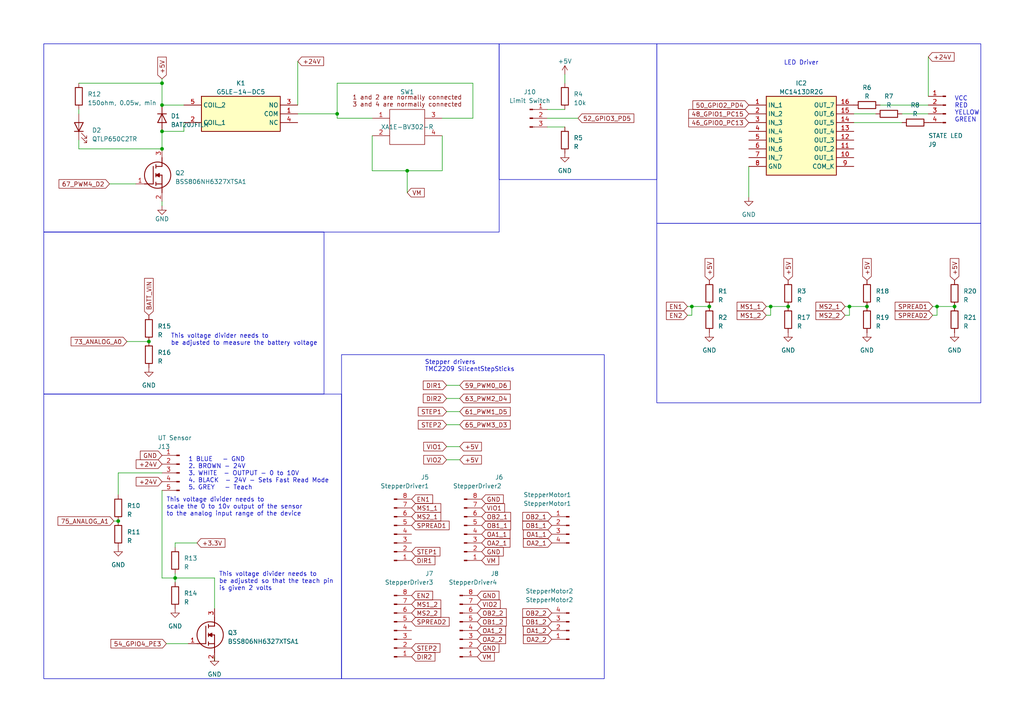
<source format=kicad_sch>
(kicad_sch (version 20230121) (generator eeschema)
  (paper "A4")
  (lib_symbols
    (symbol "BSS806NH6327XTSA1:BSS806NH6327XTSA1" (pin_names hide)
      (property "Reference" "Q" (at 11.43 3.81 0))
      (property "Value" "BSS806NH6327XTSA1" (at 11.43 1.27 0))
      (symbol "BSS806NH6327XTSA1_1_1"
        (polyline (pts (xy 2.54 0) (xy 5.08 0)) (stroke (width 0.254)))
        (polyline (pts (xy 5.08 5.08) (xy 5.08 0)) (stroke (width 0.254)))
        (polyline (pts (xy 5.842 -0.508) (xy 5.842 0.508)) (stroke (width 0.254)))
        (polyline (pts (xy 5.842 0) (xy 7.62 0)) (stroke (width 0.254)))
        (polyline (pts (xy 5.842 2.032) (xy 5.842 3.048)) (stroke (width 0.254)))
        (polyline (pts (xy 5.842 5.588) (xy 5.842 4.572)) (stroke (width 0.254)))
        (polyline (pts (xy 7.62 2.54) (xy 5.842 2.54)) (stroke (width 0.254)))
        (polyline (pts (xy 7.62 2.54) (xy 7.62 -2.54)) (stroke (width 0.254)))
        (polyline (pts (xy 7.62 5.08) (xy 5.842 5.08)) (stroke (width 0.254)))
        (polyline (pts (xy 7.62 5.08) (xy 7.62 7.62)) (stroke (width 0.254)))
        (polyline (pts (xy 5.842 2.54) (xy 6.858 3.048) (xy 6.858 2.032) (xy 5.842 2.54)) (stroke (width 0.254)) (fill (type outline)))
        (circle (center 6.35 2.54) (radius 3.81) (stroke (width 0.254)))
        (pin passive line (at 0 0 0) (length 2.54) (name "G") (number "1"))
        (pin passive line (at 7.62 -5.08 90) (length 2.54) (name "S") (number "2"))
        (pin passive line (at 7.62 10.16 270) (length 2.54) (name "D") (number "3"))
      )
    )
    (symbol "Connector:Conn_01x03_Pin" (pin_names (offset 1.016) hide)
      (property "Reference" "J" (at 0 5.08 0))
      (property "Value" "Conn_01x03_Pin" (at 0 -5.08 0))
      (symbol "Conn_01x03_Pin_1_1"
        (polyline (pts (xy 1.27 -2.54) (xy 0.8636 -2.54)) (stroke (width 0.1524)))
        (polyline (pts (xy 1.27 0) (xy 0.8636 0)) (stroke (width 0.1524)))
        (polyline (pts (xy 1.27 2.54) (xy 0.8636 2.54)) (stroke (width 0.1524)))
        (rectangle (start 0.8636 -2.413) (end 0 -2.667) (stroke (width 0.1524)) (fill (type outline)))
        (rectangle (start 0.8636 0.127) (end 0 -0.127) (stroke (width 0.1524)) (fill (type outline)))
        (rectangle (start 0.8636 2.667) (end 0 2.413) (stroke (width 0.1524)) (fill (type outline)))
        (pin passive line (at 5.08 2.54 180) (length 3.81) (name "Pin_1") (number "1"))
        (pin passive line (at 5.08 0 180) (length 3.81) (name "Pin_2") (number "2"))
        (pin passive line (at 5.08 -2.54 180) (length 3.81) (name "Pin_3") (number "3"))
      )
    )
    (symbol "Connector:Conn_01x04_Pin" (pin_names (offset 1.016) hide)
      (property "Reference" "J" (at 0 5.08 0))
      (property "Value" "Conn_01x04_Pin" (at 0 -7.62 0))
      (symbol "Conn_01x04_Pin_1_1"
        (polyline (pts (xy 1.27 -5.08) (xy 0.8636 -5.08)) (stroke (width 0.1524)))
        (polyline (pts (xy 1.27 -2.54) (xy 0.8636 -2.54)) (stroke (width 0.1524)))
        (polyline (pts (xy 1.27 0) (xy 0.8636 0)) (stroke (width 0.1524)))
        (polyline (pts (xy 1.27 2.54) (xy 0.8636 2.54)) (stroke (width 0.1524)))
        (rectangle (start 0.8636 -4.953) (end 0 -5.207) (stroke (width 0.1524)) (fill (type outline)))
        (rectangle (start 0.8636 -2.413) (end 0 -2.667) (stroke (width 0.1524)) (fill (type outline)))
        (rectangle (start 0.8636 0.127) (end 0 -0.127) (stroke (width 0.1524)) (fill (type outline)))
        (rectangle (start 0.8636 2.667) (end 0 2.413) (stroke (width 0.1524)) (fill (type outline)))
        (pin passive line (at 5.08 2.54 180) (length 3.81) (name "Pin_1") (number "1"))
        (pin passive line (at 5.08 0 180) (length 3.81) (name "Pin_2") (number "2"))
        (pin passive line (at 5.08 -2.54 180) (length 3.81) (name "Pin_3") (number "3"))
        (pin passive line (at 5.08 -5.08 180) (length 3.81) (name "Pin_4") (number "4"))
      )
    )
    (symbol "Connector:Conn_01x05_Pin" (pin_names (offset 1.016) hide)
      (property "Reference" "J" (at 0 7.62 0))
      (property "Value" "Conn_01x05_Pin" (at 0 -7.62 0))
      (symbol "Conn_01x05_Pin_1_1"
        (polyline (pts (xy 1.27 -5.08) (xy 0.8636 -5.08)) (stroke (width 0.1524)))
        (polyline (pts (xy 1.27 -2.54) (xy 0.8636 -2.54)) (stroke (width 0.1524)))
        (polyline (pts (xy 1.27 0) (xy 0.8636 0)) (stroke (width 0.1524)))
        (polyline (pts (xy 1.27 2.54) (xy 0.8636 2.54)) (stroke (width 0.1524)))
        (polyline (pts (xy 1.27 5.08) (xy 0.8636 5.08)) (stroke (width 0.1524)))
        (rectangle (start 0.8636 -4.953) (end 0 -5.207) (stroke (width 0.1524)) (fill (type outline)))
        (rectangle (start 0.8636 -2.413) (end 0 -2.667) (stroke (width 0.1524)) (fill (type outline)))
        (rectangle (start 0.8636 0.127) (end 0 -0.127) (stroke (width 0.1524)) (fill (type outline)))
        (rectangle (start 0.8636 2.667) (end 0 2.413) (stroke (width 0.1524)) (fill (type outline)))
        (rectangle (start 0.8636 5.207) (end 0 4.953) (stroke (width 0.1524)) (fill (type outline)))
        (pin passive line (at 5.08 5.08 180) (length 3.81) (name "Pin_1") (number "1"))
        (pin passive line (at 5.08 2.54 180) (length 3.81) (name "Pin_2") (number "2"))
        (pin passive line (at 5.08 0 180) (length 3.81) (name "Pin_3") (number "3"))
        (pin passive line (at 5.08 -2.54 180) (length 3.81) (name "Pin_4") (number "4"))
        (pin passive line (at 5.08 -5.08 180) (length 3.81) (name "Pin_5") (number "5"))
      )
    )
    (symbol "Connector:Conn_01x08_Pin" (pin_names (offset 1.016) hide)
      (property "Reference" "J" (at 0 10.16 0))
      (property "Value" "Conn_01x08_Pin" (at 0 -12.7 0))
      (symbol "Conn_01x08_Pin_1_1"
        (polyline (pts (xy 1.27 -10.16) (xy 0.8636 -10.16)) (stroke (width 0.1524)))
        (polyline (pts (xy 1.27 -7.62) (xy 0.8636 -7.62)) (stroke (width 0.1524)))
        (polyline (pts (xy 1.27 -5.08) (xy 0.8636 -5.08)) (stroke (width 0.1524)))
        (polyline (pts (xy 1.27 -2.54) (xy 0.8636 -2.54)) (stroke (width 0.1524)))
        (polyline (pts (xy 1.27 0) (xy 0.8636 0)) (stroke (width 0.1524)))
        (polyline (pts (xy 1.27 2.54) (xy 0.8636 2.54)) (stroke (width 0.1524)))
        (polyline (pts (xy 1.27 5.08) (xy 0.8636 5.08)) (stroke (width 0.1524)))
        (polyline (pts (xy 1.27 7.62) (xy 0.8636 7.62)) (stroke (width 0.1524)))
        (rectangle (start 0.8636 -10.033) (end 0 -10.287) (stroke (width 0.1524)) (fill (type outline)))
        (rectangle (start 0.8636 -7.493) (end 0 -7.747) (stroke (width 0.1524)) (fill (type outline)))
        (rectangle (start 0.8636 -4.953) (end 0 -5.207) (stroke (width 0.1524)) (fill (type outline)))
        (rectangle (start 0.8636 -2.413) (end 0 -2.667) (stroke (width 0.1524)) (fill (type outline)))
        (rectangle (start 0.8636 0.127) (end 0 -0.127) (stroke (width 0.1524)) (fill (type outline)))
        (rectangle (start 0.8636 2.667) (end 0 2.413) (stroke (width 0.1524)) (fill (type outline)))
        (rectangle (start 0.8636 5.207) (end 0 4.953) (stroke (width 0.1524)) (fill (type outline)))
        (rectangle (start 0.8636 7.747) (end 0 7.493) (stroke (width 0.1524)) (fill (type outline)))
        (pin passive line (at 5.08 7.62 180) (length 3.81) (name "Pin_1") (number "1"))
        (pin passive line (at 5.08 5.08 180) (length 3.81) (name "Pin_2") (number "2"))
        (pin passive line (at 5.08 2.54 180) (length 3.81) (name "Pin_3") (number "3"))
        (pin passive line (at 5.08 0 180) (length 3.81) (name "Pin_4") (number "4"))
        (pin passive line (at 5.08 -2.54 180) (length 3.81) (name "Pin_5") (number "5"))
        (pin passive line (at 5.08 -5.08 180) (length 3.81) (name "Pin_6") (number "6"))
        (pin passive line (at 5.08 -7.62 180) (length 3.81) (name "Pin_7") (number "7"))
        (pin passive line (at 5.08 -10.16 180) (length 3.81) (name "Pin_8") (number "8"))
      )
    )
    (symbol "Device:D" (pin_numbers hide) (pin_names (offset 1.016) hide)
      (property "Reference" "D" (at 0 2.54 0))
      (property "Value" "D" (at 0 -2.54 0))
      (symbol "D_0_1"
        (polyline (pts (xy -1.27 1.27) (xy -1.27 -1.27)) (stroke (width 0.254)))
        (polyline (pts (xy 1.27 0) (xy -1.27 0)))
        (polyline (pts (xy 1.27 1.27) (xy 1.27 -1.27) (xy -1.27 0) (xy 1.27 1.27)) (stroke (width 0.254)))
      )
      (symbol "D_1_1"
        (pin passive line (at -3.81 0 0) (length 2.54) (name "K") (number "1"))
        (pin passive line (at 3.81 0 180) (length 2.54) (name "A") (number "2"))
      )
    )
    (symbol "Device:LED" (pin_numbers hide) (pin_names (offset 1.016) hide)
      (property "Reference" "D" (at 0 2.54 0))
      (property "Value" "LED" (at 0 -2.54 0))
      (symbol "LED_0_1"
        (polyline (pts (xy -1.27 -1.27) (xy -1.27 1.27)) (stroke (width 0.254)))
        (polyline (pts (xy -1.27 0) (xy 1.27 0)))
        (polyline (pts (xy 1.27 -1.27) (xy 1.27 1.27) (xy -1.27 0) (xy 1.27 -1.27)) (stroke (width 0.254)))
        (polyline (pts (xy -3.048 -0.762) (xy -4.572 -2.286) (xy -3.81 -2.286) (xy -4.572 -2.286) (xy -4.572 -1.524)))
        (polyline (pts (xy -1.778 -0.762) (xy -3.302 -2.286) (xy -2.54 -2.286) (xy -3.302 -2.286) (xy -3.302 -1.524)))
      )
      (symbol "LED_1_1"
        (pin passive line (at -3.81 0 0) (length 2.54) (name "K") (number "1"))
        (pin passive line (at 3.81 0 180) (length 2.54) (name "A") (number "2"))
      )
    )
    (symbol "Device:R" (pin_numbers hide) (pin_names (offset 0))
      (property "Reference" "R" (at 2.032 0 90))
      (property "Value" "R" (at 0 0 90))
      (symbol "R_0_1"
        (rectangle (start -1.016 -2.54) (end 1.016 2.54) (stroke (width 0.254)))
      )
      (symbol "R_1_1"
        (pin passive line (at 0 3.81 270) (length 1.27) (name "~") (number "1"))
        (pin passive line (at 0 -3.81 90) (length 1.27) (name "~") (number "2"))
      )
    )
    (symbol "G5LE-14-DC5:G5LE-14-DC5"
      (property "Reference" "K1" (at 16.51 6.35 0))
      (property "Value" "G5LE-14-DC5" (at 16.51 3.81 0))
      (symbol "G5LE-14-DC5_1_1"
        (rectangle (start 5.08 2.54) (end 27.94 -7.62) (stroke (width 0.254)) (fill (type background)))
        (pin passive line (at 33.02 -2.54 180) (length 5.08) (name "COM") (number "1"))
        (pin passive line (at 0 -5.08 0) (length 5.08) (name "COIL_1") (number "2"))
        (pin passive line (at 33.02 0 180) (length 5.08) (name "NO") (number "3"))
        (pin passive line (at 33.02 -5.08 180) (length 5.08) (name "NC") (number "4"))
        (pin passive line (at 0 0 0) (length 5.08) (name "COIL_2") (number "5"))
      )
    )
    (symbol "MC1413DR2G:MC1413DR2G"
      (property "Reference" "IC" (at 26.67 7.62 0))
      (property "Value" "MC1413DR2G" (at 26.67 5.08 0))
      (symbol "MC1413DR2G_1_1"
        (rectangle (start 5.08 2.54) (end 25.4 -20.32) (stroke (width 0.254)) (fill (type background)))
        (pin passive line (at 0 0 0) (length 5.08) (name "IN_1") (number "1"))
        (pin passive line (at 30.48 -15.24 180) (length 5.08) (name "OUT_1") (number "10"))
        (pin passive line (at 30.48 -12.7 180) (length 5.08) (name "OUT_2") (number "11"))
        (pin passive line (at 30.48 -10.16 180) (length 5.08) (name "OUT_3") (number "12"))
        (pin passive line (at 30.48 -7.62 180) (length 5.08) (name "OUT_4") (number "13"))
        (pin passive line (at 30.48 -5.08 180) (length 5.08) (name "OUT_5") (number "14"))
        (pin passive line (at 30.48 -2.54 180) (length 5.08) (name "OUT_6") (number "15"))
        (pin passive line (at 30.48 0 180) (length 5.08) (name "OUT_7") (number "16"))
        (pin passive line (at 0 -2.54 0) (length 5.08) (name "IN_2") (number "2"))
        (pin passive line (at 0 -5.08 0) (length 5.08) (name "IN_3") (number "3"))
        (pin passive line (at 0 -7.62 0) (length 5.08) (name "IN_4") (number "4"))
        (pin passive line (at 0 -10.16 0) (length 5.08) (name "IN_5") (number "5"))
        (pin passive line (at 0 -12.7 0) (length 5.08) (name "IN_6") (number "6"))
        (pin passive line (at 0 -15.24 0) (length 5.08) (name "IN_7") (number "7"))
        (pin passive line (at 0 -17.78 0) (length 5.08) (name "GND") (number "8"))
        (pin passive line (at 30.48 -17.78 180) (length 5.08) (name "COM_K") (number "9"))
      )
    )
    (symbol "XA1E-BV302-R:XA1E-BV302-R"
      (property "Reference" "SW" (at 0 10.16 0))
      (symbol "XA1E-BV302-R_0_1"
        (rectangle (start -5.08 5.08) (end 5.08 -5.08))
      )
      (symbol "XA1E-BV302-R_1_1"
        (text "1 and 2 are normally connected\n3 and 4 are normally connected" (at 0 7.62 0) (effects (font (size 1.27 1.27))))
        (pin passive line (at -10.16 2.54 0) (length 5.08) (name "") (number "1"))
        (pin passive line (at -10.16 -2.54 0) (length 5.08) (name "") (number "2"))
        (pin passive line (at 10.16 2.54 180) (length 5.08) (name "") (number "3"))
        (pin passive line (at 10.16 -2.54 180) (length 5.08) (name "") (number "4"))
      )
    )
    (symbol "power:+5V" (power) (pin_names (offset 0))
      (property "Value" "+5V" (at 0 3.556 0))
      (symbol "+5V_0_1"
        (polyline (pts (xy -0.762 1.27) (xy 0 2.54)))
        (polyline (pts (xy 0 0) (xy 0 2.54)))
        (polyline (pts (xy 0 2.54) (xy 0.762 1.27)))
      )
      (symbol "+5V_1_1"
        (pin power_in line (at 0 0 90) (length 0) hide (name "+5V") (number "1"))
      )
    )
    (symbol "power:GND" (power) (pin_names (offset 0))
      (property "Value" "GND" (at 0 -3.81 0))
      (symbol "GND_0_1"
        (polyline (pts (xy 0 0) (xy 0 -1.27) (xy 1.27 -1.27) (xy 0 -2.54) (xy -1.27 -1.27) (xy 0 -1.27)))
      )
      (symbol "GND_1_1"
        (pin power_in line (at 0 0 270) (length 0) hide (name "GND") (number "1"))
      )
    )
  )
  (junction (at 50.8 167.64))
  (junction (at 46.99 24.13))
  (junction (at 46.99 43.18))
  (junction (at 118.11 49.53))
  (junction (at 251.46 88.9))
  (junction (at 46.99 38.1))
  (junction (at 276.86 88.9))
  (junction (at 205.74 88.9))
  (junction (at 246.38 88.9))
  (junction (at 223.52 88.9))
  (junction (at 271.78 88.9))
  (junction (at 34.29 151.13))
  (junction (at 43.18 99.06))
  (junction (at 228.6 88.9))
  (junction (at 97.79 33.02))
  (junction (at 46.99 30.48))
  (junction (at 200.66 88.9))
  (wire (pts (xy 270.51 88.9) (xy 271.78 88.9)))
  (wire (pts (xy 50.8 167.64) (xy 62.23 167.64)))
  (wire (pts (xy 254 33.02) (xy 247.65 33.02)))
  (wire (pts (xy 261.62 35.56) (xy 247.65 35.56)))
  (wire (pts (xy 107.95 39.37) (xy 107.95 49.53)))
  (wire (pts (xy 62.23 167.64) (xy 62.23 176.53)))
  (wire (pts (xy 97.79 24.13) (xy 97.79 33.02)))
  (wire (pts (xy 129.54 133.35) (xy 133.35 133.35)))
  (wire (pts (xy 48.26 186.69) (xy 54.61 186.69)))
  (wire (pts (xy 46.99 58.42) (xy 46.99 59.69)))
  (wire (pts (xy 107.95 34.29) (xy 97.79 34.29)))
  (wire (pts (xy 200.66 88.9) (xy 205.74 88.9)))
  (wire (pts (xy 50.8 157.48) (xy 57.15 157.48)))
  (wire (pts (xy 158.75 36.83) (xy 163.83 36.83)))
  (wire (pts (xy 217.17 48.26) (xy 217.17 57.15)))
  (wire (pts (xy 223.52 88.9) (xy 228.6 88.9)))
  (wire (pts (xy 271.78 88.9) (xy 276.86 88.9)))
  (wire (pts (xy 271.78 91.44) (xy 271.78 88.9)))
  (wire (pts (xy 22.86 33.02) (xy 22.86 31.75)))
  (wire (pts (xy 46.99 167.64) (xy 50.8 167.64)))
  (wire (pts (xy 129.54 119.38) (xy 133.35 119.38)))
  (wire (pts (xy 50.8 168.91) (xy 50.8 167.64)))
  (wire (pts (xy 269.24 33.02) (xy 261.62 33.02)))
  (wire (pts (xy 245.11 88.9) (xy 246.38 88.9)))
  (wire (pts (xy 128.27 34.29) (xy 137.16 34.29)))
  (wire (pts (xy 129.54 129.54) (xy 133.35 129.54)))
  (wire (pts (xy 36.83 99.06) (xy 43.18 99.06)))
  (wire (pts (xy 34.29 137.16) (xy 46.99 137.16)))
  (wire (pts (xy 163.83 21.59) (xy 163.83 24.13)))
  (wire (pts (xy 53.34 38.1) (xy 53.34 35.56)))
  (wire (pts (xy 46.99 24.13) (xy 46.99 30.48)))
  (wire (pts (xy 50.8 157.48) (xy 50.8 158.75)))
  (wire (pts (xy 46.99 142.24) (xy 46.99 167.64)))
  (wire (pts (xy 269.24 16.51) (xy 269.24 27.94)))
  (wire (pts (xy 107.95 49.53) (xy 118.11 49.53)))
  (wire (pts (xy 22.86 24.13) (xy 46.99 24.13)))
  (wire (pts (xy 46.99 30.48) (xy 53.34 30.48)))
  (wire (pts (xy 128.27 49.53) (xy 128.27 39.37)))
  (wire (pts (xy 50.8 167.64) (xy 50.8 166.37)))
  (wire (pts (xy 33.02 151.13) (xy 34.29 151.13)))
  (wire (pts (xy 199.39 91.44) (xy 200.66 91.44)))
  (wire (pts (xy 86.36 17.78) (xy 86.36 30.48)))
  (wire (pts (xy 158.75 34.29) (xy 167.64 34.29)))
  (wire (pts (xy 22.86 40.64) (xy 22.86 43.18)))
  (wire (pts (xy 46.99 22.86) (xy 46.99 24.13)))
  (wire (pts (xy 137.16 34.29) (xy 137.16 24.13)))
  (wire (pts (xy 118.11 49.53) (xy 118.11 55.88)))
  (wire (pts (xy 129.54 111.76) (xy 133.35 111.76)))
  (wire (pts (xy 137.16 24.13) (xy 97.79 24.13)))
  (wire (pts (xy 223.52 91.44) (xy 223.52 88.9)))
  (wire (pts (xy 129.54 115.57) (xy 133.35 115.57)))
  (wire (pts (xy 158.75 31.75) (xy 163.83 31.75)))
  (wire (pts (xy 129.54 123.19) (xy 133.35 123.19)))
  (wire (pts (xy 97.79 33.02) (xy 97.79 34.29)))
  (wire (pts (xy 118.11 49.53) (xy 128.27 49.53)))
  (wire (pts (xy 86.36 33.02) (xy 97.79 33.02)))
  (wire (pts (xy 269.24 30.48) (xy 255.27 30.48)))
  (wire (pts (xy 222.25 91.44) (xy 223.52 91.44)))
  (wire (pts (xy 270.51 91.44) (xy 271.78 91.44)))
  (wire (pts (xy 62.23 191.77) (xy 62.23 190.5)))
  (wire (pts (xy 246.38 91.44) (xy 246.38 88.9)))
  (wire (pts (xy 46.99 38.1) (xy 53.34 38.1)))
  (wire (pts (xy 22.86 43.18) (xy 46.99 43.18)))
  (wire (pts (xy 245.11 91.44) (xy 246.38 91.44)))
  (wire (pts (xy 199.39 88.9) (xy 200.66 88.9)))
  (wire (pts (xy 200.66 91.44) (xy 200.66 88.9)))
  (wire (pts (xy 222.25 88.9) (xy 223.52 88.9)))
  (wire (pts (xy 246.38 88.9) (xy 251.46 88.9)))
  (wire (pts (xy 34.29 137.16) (xy 34.29 143.51)))
  (wire (pts (xy 46.99 38.1) (xy 46.99 43.18)))
  (wire (pts (xy 31.75 53.34) (xy 39.37 53.34)))
  (rectangle (start 12.7 12.7) (end 144.78 67.31))
  (rectangle (start 99.06 102.87) (end 175.26 196.85))
  (rectangle (start 190.5 12.7) (end 284.48 64.77))
  (rectangle (start 12.7 67.31) (end 93.98 114.3))
  (rectangle (start 190.5 64.77) (end 284.48 116.84))
  (rectangle (start 12.7 114.3) (end 99.06 196.85))
  (rectangle (start 144.78 12.7) (end 190.5 52.07))
  (text "This voltage divider needs to \nbe adjusted to measure the battery voltage" (at 49.53 100.33 0) (effects (font (size 1.27 1.27)) (justify left bottom)))
  (text "LED Driver" (at 227.33 19.05 0) (effects (font (size 1.27 1.27)) (justify left bottom)))
  (text "VCC\nRED\nYELLOW\nGREEN\n" (at 276.86 35.56 0) (effects (font (size 1.27 1.27)) (justify left bottom)))
  (text "1. Motor Drivers\n2. H7 Mount\n3. 24v to 5v\n4. 5v to 3.3v\n5. UT\n6. Motor Wire mount\n7. Relay mount\n8. clamp sensor\n9. encoder\n10. linear transducer\n11. Hard estop\n12. main battery power in\n13. Battery Monitor" (at -30.48 82.55 0) (effects (font (size 1.27 1.27)) (justify left bottom)))
  (text "1 BLUE   - GND\n2. BROWN - 24V\n3. WHITE  - OUTPUT - 0 to 10V\n4. BLACK  - 24V - Sets Fast Read Mode\n5. GREY   - Teach" (at 54.61 142.24 0) (effects (font (size 1.27 1.27)) (justify left bottom)))
  (text "This voltage divider needs to\nbe adjusted so that the teach pin\nis given 2 volts" (at 63.5 171.45 0) (effects (font (size 1.27 1.27)) (justify left bottom)))
  (text "Stepper drivers\nTMC2209 SlicentStepSticks" (at 123.19 107.95 0) (effects (font (size 1.27 1.27)) (justify left bottom)))
  (text "This voltage divider needs to \nscale the 0 to 10v output of the sensor\nto the analog input range of the device" (at 48.26 149.86 0) (effects (font (size 1.27 1.27)) (justify left bottom)))
  (global_label "+5V" (shape input) (at 251.46 81.28 90) (property "Intersheetrefs" "${INTERSHEET_REFS}" (at 251.46 74.5037 90) (effects (justify left))))
  (global_label "66_PWM8_PJ10" (shape input) (at -30.48 143.51 0) (property "Intersheetrefs" "${INTERSHEET_REFS}" (at -13.1017 143.51 0) (effects (justify left))))
  (global_label "OB2_1" (shape input) (at 160.02 149.86 180) (property "Intersheetrefs" "${INTERSHEET_REFS}" (at 151.1271 149.86 0) (effects (justify right))))
  (global_label "GND" (shape input) (at 139.7 160.02 0) (property "Intersheetrefs" "${INTERSHEET_REFS}" (at 146.4763 160.02 0) (effects (justify left))))
  (global_label "OA2_1" (shape input) (at 160.02 157.48 180) (property "Intersheetrefs" "${INTERSHEET_REFS}" (at 151.3085 157.48 0) (effects (justify right))))
  (global_label "STEP1" (shape input) (at 119.38 160.02 0) (property "Intersheetrefs" "${INTERSHEET_REFS}" (at 128.0914 160.02 0) (effects (justify left))))
  (global_label "STEP2" (shape input) (at 119.38 187.96 0) (property "Intersheetrefs" "${INTERSHEET_REFS}" (at 128.0914 187.96 0) (effects (justify left))))
  (global_label "DIR1" (shape input) (at 129.54 111.76 180) (property "Intersheetrefs" "${INTERSHEET_REFS}" (at 122.2799 111.76 0) (effects (justify right))))
  (global_label "GND" (shape input) (at 46.99 132.08 180) (property "Intersheetrefs" "${INTERSHEET_REFS}" (at 40.2137 132.08 0) (effects (justify right))))
  (global_label "OA2_2" (shape input) (at 160.02 185.42 180) (property "Intersheetrefs" "${INTERSHEET_REFS}" (at 151.3085 185.42 0) (effects (justify right))))
  (global_label "OA2_2" (shape input) (at 138.43 185.42 0) (property "Intersheetrefs" "${INTERSHEET_REFS}" (at 147.1415 185.42 0) (effects (justify left))))
  (global_label "VM" (shape input) (at 118.11 55.88 0) (property "Intersheetrefs" "${INTERSHEET_REFS}" (at 123.5558 55.88 0) (effects (justify left))))
  (global_label "54_GPIO4_PE3" (shape input) (at 48.26 186.69 180) (property "Intersheetrefs" "${INTERSHEET_REFS}" (at 31.6073 186.69 0) (effects (justify right))))
  (global_label "EN2" (shape input) (at 199.39 91.44 180) (property "Intersheetrefs" "${INTERSHEET_REFS}" (at 192.7952 91.44 0) (effects (justify right))))
  (global_label "SPREAD1" (shape input) (at 119.38 152.4 0) (property "Intersheetrefs" "${INTERSHEET_REFS}" (at 130.7524 152.4 0) (effects (justify left))))
  (global_label "MS2_1" (shape input) (at 119.38 149.86 0) (property "Intersheetrefs" "${INTERSHEET_REFS}" (at 128.3333 149.86 0) (effects (justify left))))
  (global_label "OA1_1" (shape input) (at 139.7 154.94 0) (property "Intersheetrefs" "${INTERSHEET_REFS}" (at 148.4115 154.94 0) (effects (justify left))))
  (global_label "63_PWM2_D4" (shape input) (at 133.35 115.57 0) (property "Intersheetrefs" "${INTERSHEET_REFS}" (at 148.5512 115.57 0) (effects (justify left))))
  (global_label "GND" (shape input) (at 139.7 144.78 0) (property "Intersheetrefs" "${INTERSHEET_REFS}" (at 146.4763 144.78 0) (effects (justify left))))
  (global_label "OB2_1" (shape input) (at 139.7 149.86 0) (property "Intersheetrefs" "${INTERSHEET_REFS}" (at 148.5929 149.86 0) (effects (justify left))))
  (global_label "74_ANALOG_A4" (shape input) (at -53.34 113.03 0) (property "Intersheetrefs" "${INTERSHEET_REFS}" (at -36.5662 113.03 0) (effects (justify left))))
  (global_label "VIO2" (shape input) (at 138.43 175.26 0) (property "Intersheetrefs" "${INTERSHEET_REFS}" (at 145.5692 175.26 0) (effects (justify left))))
  (global_label "56_GPIO5_PG3" (shape input) (at -30.48 166.37 0) (property "Intersheetrefs" "${INTERSHEET_REFS}" (at -13.7063 166.37 0) (effects (justify left))))
  (global_label "OA1_2" (shape input) (at 138.43 182.88 0) (property "Intersheetrefs" "${INTERSHEET_REFS}" (at 147.1415 182.88 0) (effects (justify left))))
  (global_label "61_PWM1_D5" (shape input) (at 133.35 119.38 0) (property "Intersheetrefs" "${INTERSHEET_REFS}" (at 148.5512 119.38 0) (effects (justify left))))
  (global_label "GND" (shape input) (at 138.43 187.96 0) (property "Intersheetrefs" "${INTERSHEET_REFS}" (at 145.2063 187.96 0) (effects (justify left))))
  (global_label "VIO2" (shape input) (at 129.54 133.35 180) (property "Intersheetrefs" "${INTERSHEET_REFS}" (at 122.4008 133.35 0) (effects (justify right))))
  (global_label "DIR1" (shape input) (at 119.38 162.56 0) (property "Intersheetrefs" "${INTERSHEET_REFS}" (at 126.6401 162.56 0) (effects (justify left))))
  (global_label "+5V" (shape input) (at 133.35 129.54 0) (property "Intersheetrefs" "${INTERSHEET_REFS}" (at 140.1263 129.54 0) (effects (justify left))))
  (global_label "OA1_1" (shape input) (at 160.02 154.94 180) (property "Intersheetrefs" "${INTERSHEET_REFS}" (at 151.3085 154.94 0) (effects (justify right))))
  (global_label "VIO1" (shape input) (at 139.7 147.32 0) (property "Intersheetrefs" "${INTERSHEET_REFS}" (at 146.8392 147.32 0) (effects (justify left))))
  (global_label "75_ANALOG_A1" (shape input) (at 33.02 151.13 180) (property "Intersheetrefs" "${INTERSHEET_REFS}" (at 16.2462 151.13 0) (effects (justify right))))
  (global_label "64_PWM7_PJ7" (shape input) (at -30.48 140.97 0) (property "Intersheetrefs" "${INTERSHEET_REFS}" (at -14.3112 140.97 0) (effects (justify left))))
  (global_label "OA2_1" (shape input) (at 139.7 157.48 0) (property "Intersheetrefs" "${INTERSHEET_REFS}" (at 148.4115 157.48 0) (effects (justify left))))
  (global_label "+24V" (shape input) (at 46.99 134.62 180) (property "Intersheetrefs" "${INTERSHEET_REFS}" (at 39.0042 134.62 0) (effects (justify right))))
  (global_label "VM" (shape input) (at 138.43 190.5 0) (property "Intersheetrefs" "${INTERSHEET_REFS}" (at 143.8758 190.5 0) (effects (justify left))))
  (global_label "DIR2" (shape input) (at 129.54 115.57 180) (property "Intersheetrefs" "${INTERSHEET_REFS}" (at 122.2799 115.57 0) (effects (justify right))))
  (global_label "OB2_2" (shape input) (at 138.43 177.8 0) (property "Intersheetrefs" "${INTERSHEET_REFS}" (at 147.3229 177.8 0) (effects (justify left))))
  (global_label "BATT_VIN" (shape input) (at 43.18 91.44 90) (property "Intersheetrefs" "${INTERSHEET_REFS}" (at 43.18 80.2489 90) (effects (justify left))))
  (global_label "46_GPIO0_PC13" (shape input) (at 217.17 35.56 180) (property "Intersheetrefs" "${INTERSHEET_REFS}" (at 199.1868 35.56 0) (effects (justify right))))
  (global_label "65_PWM3_D3" (shape input) (at 133.35 123.19 0) (property "Intersheetrefs" "${INTERSHEET_REFS}" (at 148.5512 123.19 0) (effects (justify left))))
  (global_label "79_ANALOG_A3" (shape input) (at -53.34 110.49 0) (property "Intersheetrefs" "${INTERSHEET_REFS}" (at -36.5662 110.49 0) (effects (justify left))))
  (global_label "+5V" (shape input) (at 46.99 22.86 90) (property "Intersheetrefs" "${INTERSHEET_REFS}" (at 46.99 16.0837 90) (effects (justify left))))
  (global_label "OB2_2" (shape input) (at 160.02 177.8 180) (property "Intersheetrefs" "${INTERSHEET_REFS}" (at 151.1271 177.8 0) (effects (justify right))))
  (global_label "78_ANALOG_A6" (shape input) (at -53.34 118.11 0) (property "Intersheetrefs" "${INTERSHEET_REFS}" (at -36.5662 118.11 0) (effects (justify left))))
  (global_label "76_ANALOG_A5" (shape input) (at -53.34 115.57 0) (property "Intersheetrefs" "${INTERSHEET_REFS}" (at -36.5662 115.57 0) (effects (justify left))))
  (global_label "OB1_1" (shape input) (at 160.02 152.4 180) (property "Intersheetrefs" "${INTERSHEET_REFS}" (at 151.1271 152.4 0) (effects (justify right))))
  (global_label "68_PWM9_PH6" (shape input) (at -30.48 146.05 0) (property "Intersheetrefs" "${INTERSHEET_REFS}" (at -13.9483 146.05 0) (effects (justify left))))
  (global_label "+24V" (shape input) (at 86.36 17.78 0) (property "Intersheetrefs" "${INTERSHEET_REFS}" (at 94.3458 17.78 0) (effects (justify left))))
  (global_label "80_ANALOG_A7" (shape input) (at -53.34 120.65 0) (property "Intersheetrefs" "${INTERSHEET_REFS}" (at -36.5662 120.65 0) (effects (justify left))))
  (global_label "MS2_2" (shape input) (at 119.38 177.8 0) (property "Intersheetrefs" "${INTERSHEET_REFS}" (at 128.3333 177.8 0) (effects (justify left))))
  (global_label "77_ANALOG_A2" (shape input) (at -53.34 107.95 0) (property "Intersheetrefs" "${INTERSHEET_REFS}" (at -36.5662 107.95 0) (effects (justify left))))
  (global_label "OB1_1" (shape input) (at 139.7 152.4 0) (property "Intersheetrefs" "${INTERSHEET_REFS}" (at 148.5929 152.4 0) (effects (justify left))))
  (global_label "52_GPIO3_PD5" (shape input) (at 167.64 34.29 0) (property "Intersheetrefs" "${INTERSHEET_REFS}" (at 184.4137 34.29 0) (effects (justify left))))
  (global_label "59_PWM0_D6" (shape input) (at 133.35 111.76 0) (property "Intersheetrefs" "${INTERSHEET_REFS}" (at 148.5512 111.76 0) (effects (justify left))))
  (global_label "60_PWM5_D1" (shape input) (at -30.48 135.89 0) (property "Intersheetrefs" "${INTERSHEET_REFS}" (at -15.2788 135.89 0) (effects (justify left))))
  (global_label "50_GPIO2_PD4" (shape input) (at 217.17 30.48 180) (property "Intersheetrefs" "${INTERSHEET_REFS}" (at 200.3963 30.48 0) (effects (justify right))))
  (global_label "SPREAD1" (shape input) (at 270.51 88.9 180) (property "Intersheetrefs" "${INTERSHEET_REFS}" (at 259.1376 88.9 0) (effects (justify right))))
  (global_label "SPREAD2" (shape input) (at 119.38 180.34 0) (property "Intersheetrefs" "${INTERSHEET_REFS}" (at 130.7524 180.34 0) (effects (justify left))))
  (global_label "MS1_2" (shape input) (at 119.38 175.26 0) (property "Intersheetrefs" "${INTERSHEET_REFS}" (at 128.3333 175.26 0) (effects (justify left))))
  (global_label "STEP2" (shape input) (at 129.54 123.19 180) (property "Intersheetrefs" "${INTERSHEET_REFS}" (at 120.8286 123.19 0) (effects (justify right))))
  (global_label "OA1_2" (shape input) (at 160.02 182.88 180) (property "Intersheetrefs" "${INTERSHEET_REFS}" (at 151.3085 182.88 0) (effects (justify right))))
  (global_label "+5V" (shape input) (at 276.86 81.28 90) (property "Intersheetrefs" "${INTERSHEET_REFS}" (at 276.86 74.5037 90) (effects (justify left))))
  (global_label "EN1" (shape input) (at 199.39 88.9 180) (property "Intersheetrefs" "${INTERSHEET_REFS}" (at 192.7952 88.9 0) (effects (justify right))))
  (global_label "EN1" (shape input) (at 119.38 144.78 0) (property "Intersheetrefs" "${INTERSHEET_REFS}" (at 125.9748 144.78 0) (effects (justify left))))
  (global_label "MS1_1" (shape input) (at 119.38 147.32 0) (property "Intersheetrefs" "${INTERSHEET_REFS}" (at 128.3333 147.32 0) (effects (justify left))))
  (global_label "MS2_2" (shape input) (at 245.11 91.44 180) (property "Intersheetrefs" "${INTERSHEET_REFS}" (at 236.1567 91.44 0) (effects (justify right))))
  (global_label "SPREAD2" (shape input) (at 270.51 91.44 180) (property "Intersheetrefs" "${INTERSHEET_REFS}" (at 259.1376 91.44 0) (effects (justify right))))
  (global_label "48_GPIO1_PC15" (shape input) (at 217.17 33.02 180) (property "Intersheetrefs" "${INTERSHEET_REFS}" (at 199.1868 33.02 0) (effects (justify right))))
  (global_label "MS1_1" (shape input) (at 222.25 88.9 180) (property "Intersheetrefs" "${INTERSHEET_REFS}" (at 213.2967 88.9 0) (effects (justify right))))
  (global_label "VIO1" (shape input) (at 129.54 129.54 180) (property "Intersheetrefs" "${INTERSHEET_REFS}" (at 122.4008 129.54 0) (effects (justify right))))
  (global_label "OB1_2" (shape input) (at 160.02 180.34 180) (property "Intersheetrefs" "${INTERSHEET_REFS}" (at 151.1271 180.34 0) (effects (justify right))))
  (global_label "VM" (shape input) (at 139.7 162.56 0) (property "Intersheetrefs" "${INTERSHEET_REFS}" (at 145.1458 162.56 0) (effects (justify left))))
  (global_label "67_PWM4_D2" (shape input) (at 31.75 53.34 180) (property "Intersheetrefs" "${INTERSHEET_REFS}" (at 16.5488 53.34 0) (effects (justify right))))
  (global_label "EN2" (shape input) (at 119.38 172.72 0) (property "Intersheetrefs" "${INTERSHEET_REFS}" (at 125.9748 172.72 0) (effects (justify left))))
  (global_label "+5V" (shape input) (at 228.6 81.28 90) (property "Intersheetrefs" "${INTERSHEET_REFS}" (at 228.6 74.5037 90) (effects (justify left))))
  (global_label "62_PWM6_D0" (shape input) (at -30.48 138.43 0) (property "Intersheetrefs" "${INTERSHEET_REFS}" (at -15.2788 138.43 0) (effects (justify left))))
  (global_label "+5V" (shape input) (at 205.74 81.28 90) (property "Intersheetrefs" "${INTERSHEET_REFS}" (at 205.74 74.5037 90) (effects (justify left))))
  (global_label "GND" (shape input) (at 138.43 172.72 0) (property "Intersheetrefs" "${INTERSHEET_REFS}" (at 145.2063 172.72 0) (effects (justify left))))
  (global_label "+5V" (shape input) (at 133.35 133.35 0) (property "Intersheetrefs" "${INTERSHEET_REFS}" (at 140.1263 133.35 0) (effects (justify left))))
  (global_label "+24V" (shape input) (at 46.99 139.7 180) (property "Intersheetrefs" "${INTERSHEET_REFS}" (at 39.0042 139.7 0) (effects (justify right))))
  (global_label "+24V" (shape input) (at 269.24 16.51 0) (property "Intersheetrefs" "${INTERSHEET_REFS}" (at 277.2258 16.51 0) (effects (justify left))))
  (global_label "DIR2" (shape input) (at 119.38 190.5 0) (property "Intersheetrefs" "${INTERSHEET_REFS}" (at 126.6401 190.5 0) (effects (justify left))))
  (global_label "MS1_2" (shape input) (at 222.25 91.44 180) (property "Intersheetrefs" "${INTERSHEET_REFS}" (at 213.2967 91.44 0) (effects (justify right))))
  (global_label "OB1_2" (shape input) (at 138.43 180.34 0) (property "Intersheetrefs" "${INTERSHEET_REFS}" (at 147.3229 180.34 0) (effects (justify left))))
  (global_label "73_ANALOG_A0" (shape input) (at 36.83 99.06 180) (property "Intersheetrefs" "${INTERSHEET_REFS}" (at 20.0562 99.06 0) (effects (justify right))))
  (global_label "MS2_1" (shape input) (at 245.11 88.9 180) (property "Intersheetrefs" "${INTERSHEET_REFS}" (at 236.1567 88.9 0) (effects (justify right))))
  (global_label "+3.3V" (shape input) (at 57.15 157.48 0) (property "Intersheetrefs" "${INTERSHEET_REFS}" (at 65.7406 157.48 0) (effects (justify left))))
  (global_label "STEP1" (shape input) (at 129.54 119.38 180) (property "Intersheetrefs" "${INTERSHEET_REFS}" (at 120.8286 119.38 0) (effects (justify right))))
  (symbol (lib_id "Connector:Conn_01x04_Pin") (at 165.1 152.4 0) (mirror y) (unit 1)
    (property "Reference" "StepperMotor1" (at 158.75 143.51 0))
    (property "Value" "StepperMotor1" (at 158.75 146.05 0))
    (property "Footprint" "Connector_PinHeader_2.54mm:PinHeader_1x04_P2.54mm_Vertical" (effects hide))
  )
  (symbol (lib_id "Device:LED") (at 22.86 36.83 90) (unit 1)
    (property "Reference" "D2" (at 26.67 37.7825 90) (effects (justify right)))
    (property "Value" "QTLP650C2TR" (at 26.67 40.3225 90) (effects (justify right)))
    (property "Footprint" "Diode_SMD:D_1206_3216Metric_Pad1.42x1.75mm_HandSolder" (effects hide))
  )
  (symbol (lib_id "Device:R") (at 251.46 92.71 0) (unit 1)
    (property "Reference" "R19" (at 254 92.075 0) (effects (justify left)))
    (property "Value" "R" (at 254 94.615 0) (effects (justify left)))
    (property "Footprint" "Resistor_SMD:R_1206_3216Metric_Pad1.30x1.75mm_HandSolder" (effects hide))
  )
  (symbol (lib_id "Connector:Conn_01x08_Pin") (at 134.62 154.94 0) (mirror x) (unit 1)
    (property "Reference" "J6" (at 144.78 138.43 0))
    (property "Value" "StepperDriver2" (at 138.43 140.97 0))
    (property "Footprint" "Connector_PinHeader_2.54mm:PinHeader_1x08_P2.54mm_Vertical" (effects hide))
  )
  (symbol (lib_id "Device:R") (at 34.29 147.32 0) (unit 1)
    (property "Reference" "R10" (at 36.83 146.685 0) (effects (justify left)))
    (property "Value" "R" (at 36.83 149.225 0) (effects (justify left)))
    (property "Footprint" "Resistor_SMD:R_1206_3216Metric_Pad1.30x1.75mm_HandSolder" (effects hide))
  )
  (symbol (lib_id "Device:R") (at 228.6 85.09 0) (unit 1)
    (property "Reference" "R3" (at 231.14 84.455 0) (effects (justify left)))
    (property "Value" "R" (at 231.14 86.995 0) (effects (justify left)))
    (property "Footprint" "Resistor_SMD:R_1206_3216Metric_Pad1.30x1.75mm_HandSolder" (effects hide))
  )
  (symbol (lib_id "power:GND") (at 217.17 57.15 0) (unit 1)
    (property "Reference" "#PWR08" (effects hide))
    (property "Value" "GND" (at 217.17 62.23 0))
  )
  (symbol (lib_id "Connector:Conn_01x08_Pin") (at 114.3 182.88 0) (mirror x) (unit 1)
    (property "Reference" "J7" (at 125.73 166.37 0) (effects (justify right)))
    (property "Value" "StepperDriver3" (at 125.73 168.91 0) (effects (justify right)))
    (property "Footprint" "Connector_PinHeader_2.54mm:PinHeader_1x08_P2.54mm_Vertical" (effects hide))
  )
  (symbol (lib_id "BSS806NH6327XTSA1:BSS806NH6327XTSA1") (at 54.61 186.69 0) (unit 1)
    (property "Reference" "Q3" (at 66.04 183.515 0) (effects (justify left)))
    (property "Value" "BSS806NH6327XTSA1" (at 66.04 186.055 0) (effects (justify left)))
    (property "Footprint" "BSS806NH6327XTSA1:SOT95P240X110-3N" (effects hide))
    (property "Datasheet" "https://www.infineon.com/dgdl/Infineon-BSS806N-DS-v02_03-en.pdf?fileId=db3a304330f686060131185f0553451c" (effects hide))
    (property "Height" "1.1" (effects hide))
    (property "Mouser Part Number" "726-BSS806NH6327" (effects hide))
    (property "Mouser Price/Stock" "https://www.mouser.co.uk/ProductDetail/Infineon-Technologies/BSS806NH6327XTSA1?qs=K00xGehIljvbwLwhvALzag%3D%3D" (effects hide))
    (property "Manufacturer_Name" "Infineon" (effects hide))
    (property "Manufacturer_Part_Number" "BSS806NH6327XTSA1" (effects hide))
  )
  (symbol (lib_id "Device:R") (at 251.46 85.09 0) (unit 1)
    (property "Reference" "R18" (at 254 84.455 0) (effects (justify left)))
    (property "Value" "R" (at 254 86.995 0) (effects (justify left)))
    (property "Footprint" "Resistor_SMD:R_1206_3216Metric_Pad1.30x1.75mm_HandSolder" (effects hide))
  )
  (symbol (lib_id "Device:R") (at 163.83 40.64 0) (unit 1)
    (property "Reference" "R5" (at 166.37 40.005 0) (effects (justify left)))
    (property "Value" "R" (at 166.37 42.545 0) (effects (justify left)))
    (property "Footprint" "Resistor_SMD:R_1206_3216Metric_Pad1.30x1.75mm_HandSolder" (effects hide))
  )
  (symbol (lib_id "Device:R") (at 205.74 92.71 0) (unit 1)
    (property "Reference" "R2" (at 208.28 92.075 0) (effects (justify left)))
    (property "Value" "R" (at 208.28 94.615 0) (effects (justify left)))
    (property "Footprint" "Resistor_SMD:R_1206_3216Metric_Pad1.30x1.75mm_HandSolder" (effects hide))
  )
  (symbol (lib_id "Connector:Conn_01x03_Pin") (at 153.67 34.29 0) (unit 1)
    (property "Reference" "J10" (at 153.67 26.67 0))
    (property "Value" "Limit Switch" (at 153.67 29.21 0))
    (property "Footprint" "Connector_PinHeader_2.54mm:PinHeader_1x03_P2.54mm_Vertical" (effects hide))
  )
  (symbol (lib_id "power:GND") (at 43.18 106.68 0) (unit 1)
    (property "Reference" "#PWR015" (effects hide))
    (property "Value" "GND" (at 43.18 111.76 0))
  )
  (symbol (lib_id "power:+5V") (at 163.83 21.59 0) (unit 1)
    (property "Reference" "#PWR06" (effects hide))
    (property "Value" "+5V" (at 163.83 17.78 0))
  )
  (symbol (lib_id "power:GND") (at 251.46 96.52 0) (unit 1)
    (property "Reference" "#PWR017" (effects hide))
    (property "Value" "GND" (at 251.46 101.6 0))
  )
  (symbol (lib_id "Connector:Conn_01x08_Pin") (at 133.35 182.88 0) (mirror x) (unit 1)
    (property "Reference" "J8" (at 143.51 166.37 0))
    (property "Value" "StepperDriver4" (at 137.16 168.91 0))
    (property "Footprint" "Connector_PinHeader_2.54mm:PinHeader_1x08_P2.54mm_Vertical" (effects hide))
  )
  (symbol (lib_id "power:GND") (at 62.23 190.5 0) (unit 1)
    (property "Reference" "#PWR014" (effects hide))
    (property "Value" "GND" (at 62.23 195.58 0))
  )
  (symbol (lib_id "Device:R") (at 251.46 30.48 90) (unit 1)
    (property "Reference" "R6" (at 251.46 25.4 90))
    (property "Value" "R" (at 251.46 27.94 90))
    (property "Footprint" "Resistor_SMD:R_1206_3216Metric_Pad1.30x1.75mm_HandSolder" (effects hide))
  )
  (symbol (lib_id "Connector:Conn_01x05_Pin") (at 52.07 137.16 0) (mirror y) (unit 1)
    (property "Reference" "J13" (at 45.72 129.54 0) (effects (justify right)))
    (property "Value" "UT Sensor" (at 45.72 127 0) (effects (justify right)))
    (property "Footprint" "Connector_PinHeader_2.54mm:PinHeader_1x05_P2.54mm_Vertical" (effects hide))
  )
  (symbol (lib_id "Connector:Conn_01x04_Pin") (at 274.32 30.48 0) (mirror y) (unit 1)
    (property "Reference" "J9" (at 269.24 41.91 0) (effects (justify right)))
    (property "Value" "STATE LED" (at 269.24 39.37 0) (effects (justify right)))
    (property "Footprint" "Connector_PinHeader_2.54mm:PinHeader_1x04_P2.54mm_Vertical" (effects hide))
    (property "Part Number" "JR28-RYG-D" (effects hide))
  )
  (symbol (lib_id "Connector:Conn_01x08_Pin") (at 114.3 154.94 0) (mirror x) (unit 1)
    (property "Reference" "J5" (at 124.46 138.43 0) (effects (justify right)))
    (property "Value" "StepperDriver1" (at 124.46 140.97 0) (effects (justify right)))
    (property "Footprint" "Connector_PinHeader_2.54mm:PinHeader_1x08_P2.54mm_Vertical" (effects hide))
  )
  (symbol (lib_id "G5LE-14-DC5:G5LE-14-DC5") (at 53.34 30.48 0) (unit 1)
    (property "Reference" "K1" (at 69.85 24.13 0))
    (property "Value" "G5LE-14-DC5" (at 69.85 26.67 0))
    (property "Footprint" "G5LE-14_SPDT" (effects hide))
    (property "Datasheet" "https://omronfs.omron.com/en_US/ecb/products/pdf/en-g5le.pdf" (effects hide))
    (property "Mouser Part Number" "653-G5LE-14-DC5" (effects hide))
    (property "Mouser Price/Stock" "https://www.mouser.co.uk/ProductDetail/Omron-Electronics/G5LE-14-DC5?qs=lK7M36XCk6KnQoEfuo%2Fh3A%3D%3D" (effects hide))
    (property "Manufacturer_Name" "Omron Electronics" (effects hide))
    (property "Manufacturer_Part_Number" "G5LE-14-DC5" (effects hide))
  )
  (symbol (lib_id "power:GND") (at 163.83 44.45 0) (unit 1)
    (property "Reference" "#PWR07" (effects hide))
    (property "Value" "GND" (at 163.83 49.53 0))
  )
  (symbol (lib_id "Device:R") (at 276.86 92.71 0) (unit 1)
    (property "Reference" "R21" (at 279.4 92.075 0) (effects (justify left)))
    (property "Value" "R" (at 279.4 94.615 0) (effects (justify left)))
    (property "Footprint" "Resistor_SMD:R_1206_3216Metric_Pad1.30x1.75mm_HandSolder" (effects hide))
  )
  (symbol (lib_id "Device:R") (at 257.81 33.02 90) (unit 1)
    (property "Reference" "R7" (at 257.81 27.94 90))
    (property "Value" "R" (at 257.81 30.48 90))
    (property "Footprint" "Resistor_SMD:R_1206_3216Metric_Pad1.30x1.75mm_HandSolder" (effects hide))
  )
  (symbol (lib_id "MC1413DR2G:MC1413DR2G") (at 217.17 30.48 0) (unit 1)
    (property "Reference" "IC2" (at 232.41 24.13 0))
    (property "Value" "MC1413DR2G" (at 232.41 26.67 0))
    (property "Footprint" "SOIC127P600X175-16N" (effects hide))
    (property "Datasheet" "https://www.3dcontentcentral.cn/download-model.aspx?catalogid=171&id=401458" (effects hide))
    (property "Height" "1.75" (effects hide))
    (property "Mouser Part Number" "863-MC1413DR2G" (effects hide))
    (property "Mouser Price/Stock" "https://www.mouser.co.uk/ProductDetail/onsemi/MC1413DR2G?qs=g2rIOKKlpoa8b2zu6XxViw%3D%3D" (effects hide))
    (property "Manufacturer_Name" "onsemi" (effects hide))
    (property "Manufacturer_Part_Number" "MC1413DR2G" (effects hide))
  )
  (symbol (lib_id "power:GND") (at 276.86 96.52 0) (unit 1)
    (property "Reference" "#PWR018" (effects hide))
    (property "Value" "GND" (at 276.86 101.6 0))
  )
  (symbol (lib_id "power:GND") (at 46.99 59.69 0) (unit 1)
    (property "Reference" "#PWR03" (effects hide))
    (property "Value" "GND" (at 46.99 63.5 0))
  )
  (symbol (lib_id "power:GND") (at 50.8 176.53 0) (unit 1)
    (property "Reference" "#PWR013" (effects hide))
    (property "Value" "GND" (at 50.8 181.61 0))
  )
  (symbol (lib_id "Device:R") (at 50.8 172.72 0) (unit 1)
    (property "Reference" "R14" (at 53.34 172.085 0) (effects (justify left)))
    (property "Value" "R" (at 53.34 174.625 0) (effects (justify left)))
    (property "Footprint" "Resistor_SMD:R_1206_3216Metric_Pad1.30x1.75mm_HandSolder" (effects hide))
  )
  (symbol (lib_id "Device:R") (at 228.6 92.71 0) (unit 1)
    (property "Reference" "R17" (at 231.14 92.075 0) (effects (justify left)))
    (property "Value" "R" (at 231.14 94.615 0) (effects (justify left)))
    (property "Footprint" "Resistor_SMD:R_1206_3216Metric_Pad1.30x1.75mm_HandSolder" (effects hide))
  )
  (symbol (lib_id "Device:R") (at 43.18 102.87 0) (unit 1)
    (property "Reference" "R16" (at 45.72 102.235 0) (effects (justify left)))
    (property "Value" "R" (at 45.72 104.775 0) (effects (justify left)))
    (property "Footprint" "Resistor_SMD:R_1206_3216Metric_Pad1.30x1.75mm_HandSolder" (effects hide))
  )
  (symbol (lib_id "Device:R") (at 34.29 154.94 0) (unit 1)
    (property "Reference" "R11" (at 36.83 154.305 0) (effects (justify left)))
    (property "Value" "R" (at 36.83 156.845 0) (effects (justify left)))
    (property "Footprint" "Resistor_SMD:R_1206_3216Metric_Pad1.30x1.75mm_HandSolder" (effects hide))
  )
  (symbol (lib_id "Device:R") (at 163.83 27.94 0) (unit 1)
    (property "Reference" "R4" (at 166.37 27.305 0) (effects (justify left)))
    (property "Value" "10k" (at 166.37 29.845 0) (effects (justify left)))
    (property "Footprint" "Resistor_SMD:R_1206_3216Metric_Pad1.30x1.75mm_HandSolder" (effects hide))
  )
  (symbol (lib_id "Connector:Conn_01x04_Pin") (at 165.1 182.88 180) (unit 1)
    (property "Reference" "StepperMotor2" (at 152.4 171.45 0) (effects (justify right)))
    (property "Value" "StepperMotor2" (at 152.4 173.99 0) (effects (justify right)))
    (property "Footprint" "Connector_PinHeader_2.54mm:PinHeader_1x04_P2.54mm_Vertical" (effects hide))
  )
  (symbol (lib_id "power:GND") (at 205.74 96.52 0) (unit 1)
    (property "Reference" "#PWR05" (effects hide))
    (property "Value" "GND" (at 205.74 101.6 0))
  )
  (symbol (lib_id "Device:D") (at 46.99 34.29 270) (unit 1)
    (property "Reference" "D1" (at 49.53 33.655 90) (effects (justify left)))
    (property "Value" "BAT20JFILM" (at 49.53 36.195 90) (effects (justify left)))
    (property "Footprint" "Diode_SMD:D_SOD-323_HandSoldering" (effects hide))
    (property "Sim.Device" "D" (effects hide))
    (property "Sim.Pins" "1=K 2=A" (effects hide))
  )
  (symbol (lib_id "Device:R") (at 50.8 162.56 0) (unit 1)
    (property "Reference" "R13" (at 53.34 161.925 0) (effects (justify left)))
    (property "Value" "R" (at 53.34 164.465 0) (effects (justify left)))
    (property "Footprint" "Resistor_SMD:R_1206_3216Metric_Pad1.30x1.75mm_HandSolder" (effects hide))
  )
  (symbol (lib_id "BSS806NH6327XTSA1:BSS806NH6327XTSA1") (at 39.37 53.34 0) (unit 1)
    (property "Reference" "Q2" (at 50.8 50.165 0) (effects (justify left)))
    (property "Value" "BSS806NH6327XTSA1" (at 50.8 52.705 0) (effects (justify left)))
    (property "Footprint" "BSS806NH6327XTSA1:SOT95P240X110-3N" (effects hide))
    (property "Datasheet" "https://www.infineon.com/dgdl/Infineon-BSS806N-DS-v02_03-en.pdf?fileId=db3a304330f686060131185f0553451c" (effects hide))
    (property "Height" "1.1" (effects hide))
    (property "Mouser Part Number" "726-BSS806NH6327" (effects hide))
    (property "Mouser Price/Stock" "https://www.mouser.co.uk/ProductDetail/Infineon-Technologies/BSS806NH6327XTSA1?qs=K00xGehIljvbwLwhvALzag%3D%3D" (effects hide))
    (property "Manufacturer_Name" "Infineon" (effects hide))
    (property "Manufacturer_Part_Number" "BSS806NH6327XTSA1" (effects hide))
  )
  (symbol (lib_id "power:GND") (at 228.6 96.52 0) (unit 1)
    (property "Reference" "#PWR016" (effects hide))
    (property "Value" "GND" (at 228.6 101.6 0))
  )
  (symbol (lib_id "XA1E-BV302-R:XA1E-BV302-R") (at 118.11 36.83 0) (unit 1)
    (property "Reference" "SW1" (at 118.11 26.67 0))
    (property "Value" "XA1E-BV302-R" (at 118.11 36.83 0))
    (property "Footprint" "XA1E-BV302-R:XA1E-BV302-R" (effects hide))
  )
  (symbol (lib_id "Device:R") (at 43.18 95.25 0) (unit 1)
    (property "Reference" "R15" (at 45.72 94.615 0) (effects (justify left)))
    (property "Value" "R" (at 45.72 97.155 0) (effects (justify left)))
    (property "Footprint" "Resistor_SMD:R_1206_3216Metric_Pad1.30x1.75mm_HandSolder" (effects hide))
  )
  (symbol (lib_id "power:GND") (at 34.29 158.75 0) (unit 1)
    (property "Reference" "#PWR012" (effects hide))
    (property "Value" "GND" (at 34.29 163.83 0))
  )
  (symbol (lib_id "Device:R") (at 22.86 27.94 180) (unit 1)
    (property "Reference" "R12" (at 25.4 27.305 0) (effects (justify right)))
    (property "Value" "150ohm, 0.05w, min" (at 25.4 29.845 0) (effects (justify right)))
    (property "Footprint" "Resistor_SMD:R_1206_3216Metric_Pad1.30x1.75mm_HandSolder" (effects hide))
    (property "Part Number" "RMCF1206JT300R" (effects hide))
  )
  (symbol (lib_id "Device:R") (at 276.86 85.09 0) (unit 1)
    (property "Reference" "R20" (at 279.4 84.455 0) (effects (justify left)))
    (property "Value" "R" (at 279.4 86.995 0) (effects (justify left)))
    (property "Footprint" "Resistor_SMD:R_1206_3216Metric_Pad1.30x1.75mm_HandSolder" (effects hide))
  )
  (symbol (lib_id "Device:R") (at 265.43 35.56 90) (unit 1)
    (property "Reference" "R8" (at 265.43 30.48 90))
    (property "Value" "R" (at 265.43 33.02 90))
    (property "Footprint" "Resistor_SMD:R_1206_3216Metric_Pad1.30x1.75mm_HandSolder" (effects hide))
  )
  (symbol (lib_id "Device:R") (at 205.74 85.09 0) (unit 1)
    (property "Reference" "R1" (at 208.28 84.455 0) (effects (justify left)))
    (property "Value" "R" (at 208.28 86.995 0) (effects (justify left)))
    (property "Footprint" "Resistor_SMD:R_1206_3216Metric_Pad1.30x1.75mm_HandSolder" (effects hide))
  )
)
</source>
